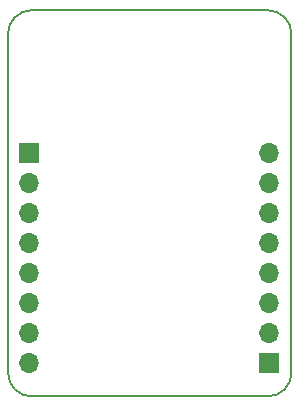
<source format=gbr>
G04 #@! TF.GenerationSoftware,KiCad,Pcbnew,5.1.6-c6e7f7d~86~ubuntu20.04.1*
G04 #@! TF.CreationDate,2020-05-17T01:15:17+03:00*
G04 #@! TF.ProjectId,BRK-SSOP-16-4.4x5.2-P0.65,42524b2d-5353-44f5-902d-31362d342e34,v1.1*
G04 #@! TF.SameCoordinates,Original*
G04 #@! TF.FileFunction,Copper,L2,Bot*
G04 #@! TF.FilePolarity,Positive*
%FSLAX46Y46*%
G04 Gerber Fmt 4.6, Leading zero omitted, Abs format (unit mm)*
G04 Created by KiCad (PCBNEW 5.1.6-c6e7f7d~86~ubuntu20.04.1) date 2020-05-17 01:15:17*
%MOMM*%
%LPD*%
G01*
G04 APERTURE LIST*
G04 #@! TA.AperFunction,Profile*
%ADD10C,0.150000*%
G04 #@! TD*
G04 #@! TA.AperFunction,ComponentPad*
%ADD11O,1.700000X1.700000*%
G04 #@! TD*
G04 #@! TA.AperFunction,ComponentPad*
%ADD12R,1.700000X1.700000*%
G04 #@! TD*
G04 APERTURE END LIST*
D10*
X53000000Y-80700000D02*
G75*
G02*
X51000000Y-78700000I0J2000000D01*
G01*
X75000000Y-78700000D02*
G75*
G02*
X73000000Y-80700000I-2000000J0D01*
G01*
X73000000Y-48000000D02*
G75*
G02*
X75000000Y-50000000I0J-2000000D01*
G01*
X51000000Y-50000000D02*
G75*
G02*
X53000000Y-48000000I2000000J0D01*
G01*
X73000000Y-80700000D02*
X53000000Y-80700000D01*
X75000000Y-50000000D02*
X75000000Y-78700000D01*
X53000000Y-48000000D02*
X73000000Y-48000000D01*
X51000000Y-78700000D02*
X51000000Y-50000000D01*
D11*
X73120000Y-60100000D03*
X73120000Y-62640000D03*
X73120000Y-65180000D03*
X73120000Y-67720000D03*
X73120000Y-70260000D03*
X73120000Y-72800000D03*
X73120000Y-75340000D03*
D12*
X73120000Y-77880000D03*
D11*
X52800000Y-77880000D03*
X52800000Y-75340000D03*
X52800000Y-72800000D03*
X52800000Y-70260000D03*
X52800000Y-67720000D03*
X52800000Y-65180000D03*
X52800000Y-62640000D03*
D12*
X52800000Y-60100000D03*
M02*

</source>
